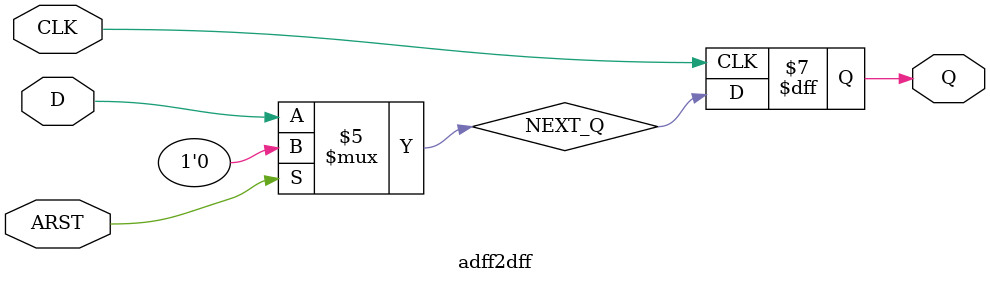
<source format=v>


// Permission to use, copy, modify, and/or distribute this software for any
// purpose with or without fee is hereby granted, provided that the above
// copyright notice and this permission notice appear in all copies.

// THE SOFTWARE IS PROVIDED "AS IS" AND THE AUTHOR DISCLAIMS ALL WARRANTIES
// WITH REGARD TO THIS SOFTWARE INCLUDING ALL IMPLIED WARRANTIES OF
// MERCHANTABILITY AND FITNESS. IN NO EVENT SHALL THE AUTHOR BE LIABLE FOR
// ANY SPECIAL, DIRECT, INDIRECT, OR CONSEQUENTIAL DAMAGES OR ANY DAMAGES
// WHATSOEVER RESULTING FROM LOSS OF USE, DATA OR PROFITS, WHETHER IN AN
// ACTION OF CONTRACT, NEGLIGENCE OR OTHER TORTIOUS ACTION, ARISING OUT OF
// OR IN CONNECTION WITH THE USE OR PERFORMANCE OF THIS SOFTWARE.
(* techmap_celltype = "$adff" *)
module adff2dff (CLK, ARST, D, Q);
	parameter WIDTH = 1;
	parameter CLK_POLARITY = 1;
	parameter ARST_POLARITY = 1;
	parameter ARST_VALUE = 0;

	input CLK, ARST;
	(* force_downto *)
	input [WIDTH-1:0] D;
	(* force_downto *)
	output reg [WIDTH-1:0] Q;
	(* force_downto *)
	reg [WIDTH-1:0] NEXT_Q;

	wire [1023:0] _TECHMAP_DO_ = "proc;;";

	always @*
		if (ARST == ARST_POLARITY)
			NEXT_Q <= ARST_VALUE;
		else
			NEXT_Q <= D;

	if (CLK_POLARITY)
		always @(posedge CLK)
			Q <= NEXT_Q;
	else
		always @(negedge CLK)
			Q <= NEXT_Q;
endmodule

</source>
